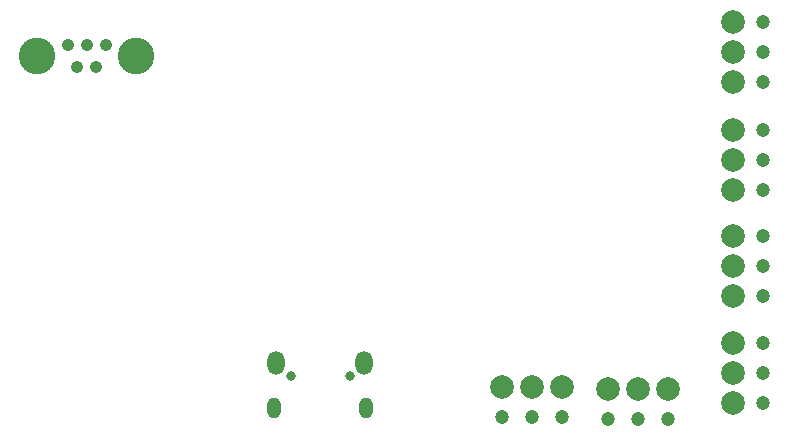
<source format=gbr>
%TF.GenerationSoftware,Altium Limited,Altium Designer,25.4.2 (15)*%
G04 Layer_Color=255*
%FSLAX45Y45*%
%MOMM*%
%TF.SameCoordinates,9A986A7D-484F-4AC0-AE4B-942BB78B8B2C*%
%TF.FilePolarity,Positive*%
%TF.FileFunction,Pads,Bot*%
%TF.Part,Single*%
G01*
G75*
%TA.AperFunction,ComponentPad*%
%ADD40C,1.20000*%
%ADD41C,2.00000*%
%ADD42C,0.80000*%
%ADD43O,1.15000X1.80000*%
%ADD44O,1.45000X2.00000*%
%ADD45C,3.10000*%
%ADD46C,1.05000*%
D40*
X13703700Y7937500D02*
D03*
Y7683500D02*
D03*
Y7429500D02*
D03*
X12389000Y5492300D02*
D03*
X12643000D02*
D03*
X12897000D02*
D03*
X13703700Y6527800D02*
D03*
Y6781800D02*
D03*
Y7035800D02*
D03*
Y5626100D02*
D03*
Y5880100D02*
D03*
Y6134100D02*
D03*
Y8343500D02*
D03*
Y8597500D02*
D03*
Y8851500D02*
D03*
X11487700Y5503000D02*
D03*
X11741700D02*
D03*
X11995700D02*
D03*
D41*
X13449699Y7937500D02*
D03*
Y7683500D02*
D03*
Y7429500D02*
D03*
X12389000Y5746300D02*
D03*
X12643000D02*
D03*
X12897000D02*
D03*
X13449699Y6527800D02*
D03*
Y6781800D02*
D03*
Y7035800D02*
D03*
Y5626100D02*
D03*
Y5880100D02*
D03*
Y6134100D02*
D03*
Y8343500D02*
D03*
Y8597500D02*
D03*
Y8851500D02*
D03*
X11487700Y5757000D02*
D03*
X11741700D02*
D03*
X11995700D02*
D03*
D42*
X10199971Y5854989D02*
D03*
X9699971D02*
D03*
D43*
X10337472Y5579988D02*
D03*
X9562471D02*
D03*
D44*
X10322471Y5959988D02*
D03*
X9577472D02*
D03*
D45*
X7554341Y8564610D02*
D03*
X8394341D02*
D03*
D46*
X7814341Y8654610D02*
D03*
X7894341Y8464610D02*
D03*
X7974341Y8654610D02*
D03*
X8054341Y8464610D02*
D03*
X8134341Y8654610D02*
D03*
%TF.MD5,6eed3fddbfb0a5e9ae427389964d449b*%
M02*

</source>
